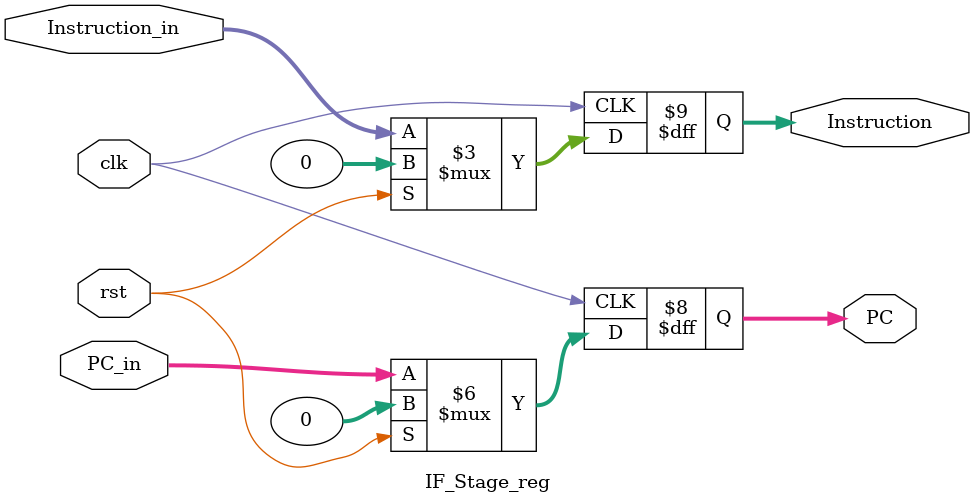
<source format=v>
module IF_Stage_reg
	(
		clk,
		rst,
		PC_in,
		Instruction_in,
		PC,
		Instruction
	);
	
	// input and outputs
	input			clk;
	input			rst;
	input	[31:0]	PC_in;
	input	[31:0]	Instruction_in;
	output	[31:0]	PC;
	output	[31:0]	Instruction;
	
	// registers
	reg		[31:0]	PC;
	reg		[31:0]	Instruction;
	
	// build module
	
	// transition	between
	always @(posedge clk)
	begin
		if(rst)
		begin
			PC <= 32'b0;
			Instruction <= 32'b0;
		end
		else
		begin
			PC <= PC_in;
			Instruction <= Instruction_in;
		end
	end
	
endmodule

</source>
